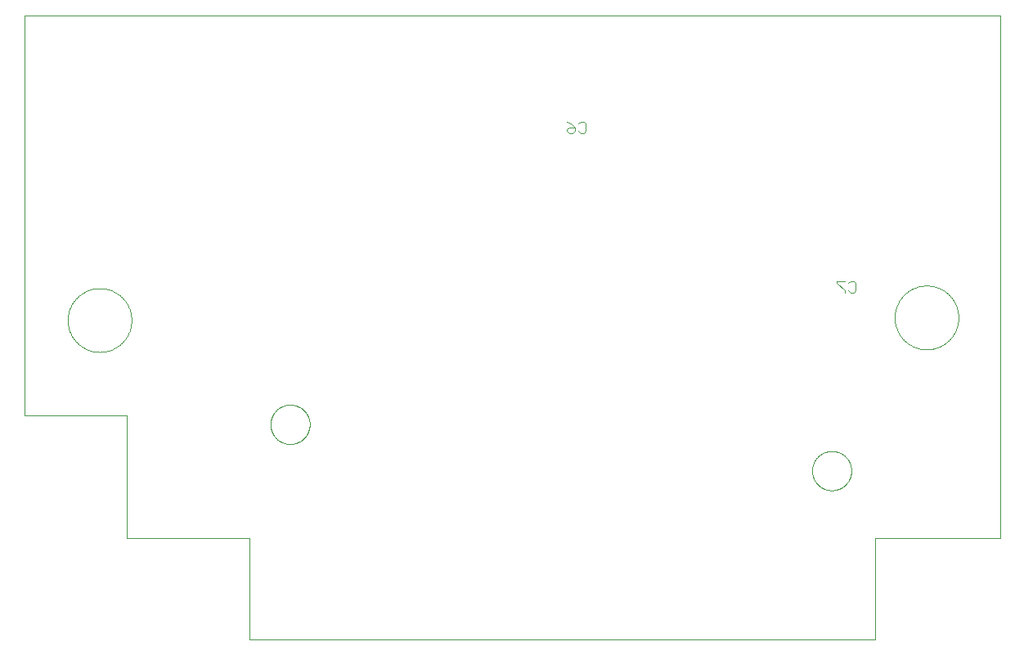
<source format=gbo>
G75*
%MOIN*%
%OFA0B0*%
%FSLAX25Y25*%
%IPPOS*%
%LPD*%
%AMOC8*
5,1,8,0,0,1.08239X$1,22.5*
%
%ADD10C,0.00400*%
%ADD11C,0.00000*%
D10*
X0223367Y0215967D02*
X0223367Y0216735D01*
X0224134Y0217502D01*
X0226436Y0217502D01*
X0226436Y0215967D01*
X0225669Y0215200D01*
X0224134Y0215200D01*
X0223367Y0215967D01*
X0226436Y0217502D02*
X0224902Y0219037D01*
X0223367Y0219804D01*
X0227971Y0219037D02*
X0228738Y0219804D01*
X0230273Y0219804D01*
X0231040Y0219037D01*
X0231040Y0215967D01*
X0230273Y0215200D01*
X0228738Y0215200D01*
X0227971Y0215967D01*
X0333367Y0154804D02*
X0333367Y0154037D01*
X0336436Y0150967D01*
X0336436Y0150200D01*
X0337971Y0150967D02*
X0338738Y0150200D01*
X0340273Y0150200D01*
X0341040Y0150967D01*
X0341040Y0154037D01*
X0340273Y0154804D01*
X0338738Y0154804D01*
X0337971Y0154037D01*
X0336436Y0154804D02*
X0333367Y0154804D01*
D11*
X0093740Y0050000D02*
X0043740Y0050000D01*
X0043740Y0100000D01*
X0002165Y0100000D01*
X0002165Y0263157D01*
X0399803Y0263157D01*
X0399803Y0050000D01*
X0348740Y0050000D01*
X0348740Y0008750D01*
X0093740Y0008750D01*
X0093740Y0050000D01*
X0102453Y0096398D02*
X0102455Y0096594D01*
X0102463Y0096791D01*
X0102475Y0096987D01*
X0102492Y0097182D01*
X0102513Y0097377D01*
X0102540Y0097572D01*
X0102571Y0097766D01*
X0102607Y0097959D01*
X0102647Y0098151D01*
X0102693Y0098342D01*
X0102743Y0098532D01*
X0102797Y0098720D01*
X0102857Y0098907D01*
X0102921Y0099093D01*
X0102989Y0099277D01*
X0103062Y0099459D01*
X0103139Y0099640D01*
X0103221Y0099818D01*
X0103307Y0099995D01*
X0103398Y0100169D01*
X0103492Y0100341D01*
X0103591Y0100511D01*
X0103694Y0100678D01*
X0103801Y0100843D01*
X0103912Y0101004D01*
X0104027Y0101164D01*
X0104146Y0101320D01*
X0104269Y0101473D01*
X0104395Y0101623D01*
X0104525Y0101770D01*
X0104659Y0101914D01*
X0104796Y0102055D01*
X0104937Y0102192D01*
X0105081Y0102326D01*
X0105228Y0102456D01*
X0105378Y0102582D01*
X0105531Y0102705D01*
X0105687Y0102824D01*
X0105847Y0102939D01*
X0106008Y0103050D01*
X0106173Y0103157D01*
X0106340Y0103260D01*
X0106510Y0103359D01*
X0106682Y0103453D01*
X0106856Y0103544D01*
X0107033Y0103630D01*
X0107211Y0103712D01*
X0107392Y0103789D01*
X0107574Y0103862D01*
X0107758Y0103930D01*
X0107944Y0103994D01*
X0108131Y0104054D01*
X0108319Y0104108D01*
X0108509Y0104158D01*
X0108700Y0104204D01*
X0108892Y0104244D01*
X0109085Y0104280D01*
X0109279Y0104311D01*
X0109474Y0104338D01*
X0109669Y0104359D01*
X0109864Y0104376D01*
X0110060Y0104388D01*
X0110257Y0104396D01*
X0110453Y0104398D01*
X0110649Y0104396D01*
X0110846Y0104388D01*
X0111042Y0104376D01*
X0111237Y0104359D01*
X0111432Y0104338D01*
X0111627Y0104311D01*
X0111821Y0104280D01*
X0112014Y0104244D01*
X0112206Y0104204D01*
X0112397Y0104158D01*
X0112587Y0104108D01*
X0112775Y0104054D01*
X0112962Y0103994D01*
X0113148Y0103930D01*
X0113332Y0103862D01*
X0113514Y0103789D01*
X0113695Y0103712D01*
X0113873Y0103630D01*
X0114050Y0103544D01*
X0114224Y0103453D01*
X0114396Y0103359D01*
X0114566Y0103260D01*
X0114733Y0103157D01*
X0114898Y0103050D01*
X0115059Y0102939D01*
X0115219Y0102824D01*
X0115375Y0102705D01*
X0115528Y0102582D01*
X0115678Y0102456D01*
X0115825Y0102326D01*
X0115969Y0102192D01*
X0116110Y0102055D01*
X0116247Y0101914D01*
X0116381Y0101770D01*
X0116511Y0101623D01*
X0116637Y0101473D01*
X0116760Y0101320D01*
X0116879Y0101164D01*
X0116994Y0101004D01*
X0117105Y0100843D01*
X0117212Y0100678D01*
X0117315Y0100511D01*
X0117414Y0100341D01*
X0117508Y0100169D01*
X0117599Y0099995D01*
X0117685Y0099818D01*
X0117767Y0099640D01*
X0117844Y0099459D01*
X0117917Y0099277D01*
X0117985Y0099093D01*
X0118049Y0098907D01*
X0118109Y0098720D01*
X0118163Y0098532D01*
X0118213Y0098342D01*
X0118259Y0098151D01*
X0118299Y0097959D01*
X0118335Y0097766D01*
X0118366Y0097572D01*
X0118393Y0097377D01*
X0118414Y0097182D01*
X0118431Y0096987D01*
X0118443Y0096791D01*
X0118451Y0096594D01*
X0118453Y0096398D01*
X0118451Y0096202D01*
X0118443Y0096005D01*
X0118431Y0095809D01*
X0118414Y0095614D01*
X0118393Y0095419D01*
X0118366Y0095224D01*
X0118335Y0095030D01*
X0118299Y0094837D01*
X0118259Y0094645D01*
X0118213Y0094454D01*
X0118163Y0094264D01*
X0118109Y0094076D01*
X0118049Y0093889D01*
X0117985Y0093703D01*
X0117917Y0093519D01*
X0117844Y0093337D01*
X0117767Y0093156D01*
X0117685Y0092978D01*
X0117599Y0092801D01*
X0117508Y0092627D01*
X0117414Y0092455D01*
X0117315Y0092285D01*
X0117212Y0092118D01*
X0117105Y0091953D01*
X0116994Y0091792D01*
X0116879Y0091632D01*
X0116760Y0091476D01*
X0116637Y0091323D01*
X0116511Y0091173D01*
X0116381Y0091026D01*
X0116247Y0090882D01*
X0116110Y0090741D01*
X0115969Y0090604D01*
X0115825Y0090470D01*
X0115678Y0090340D01*
X0115528Y0090214D01*
X0115375Y0090091D01*
X0115219Y0089972D01*
X0115059Y0089857D01*
X0114898Y0089746D01*
X0114733Y0089639D01*
X0114566Y0089536D01*
X0114396Y0089437D01*
X0114224Y0089343D01*
X0114050Y0089252D01*
X0113873Y0089166D01*
X0113695Y0089084D01*
X0113514Y0089007D01*
X0113332Y0088934D01*
X0113148Y0088866D01*
X0112962Y0088802D01*
X0112775Y0088742D01*
X0112587Y0088688D01*
X0112397Y0088638D01*
X0112206Y0088592D01*
X0112014Y0088552D01*
X0111821Y0088516D01*
X0111627Y0088485D01*
X0111432Y0088458D01*
X0111237Y0088437D01*
X0111042Y0088420D01*
X0110846Y0088408D01*
X0110649Y0088400D01*
X0110453Y0088398D01*
X0110257Y0088400D01*
X0110060Y0088408D01*
X0109864Y0088420D01*
X0109669Y0088437D01*
X0109474Y0088458D01*
X0109279Y0088485D01*
X0109085Y0088516D01*
X0108892Y0088552D01*
X0108700Y0088592D01*
X0108509Y0088638D01*
X0108319Y0088688D01*
X0108131Y0088742D01*
X0107944Y0088802D01*
X0107758Y0088866D01*
X0107574Y0088934D01*
X0107392Y0089007D01*
X0107211Y0089084D01*
X0107033Y0089166D01*
X0106856Y0089252D01*
X0106682Y0089343D01*
X0106510Y0089437D01*
X0106340Y0089536D01*
X0106173Y0089639D01*
X0106008Y0089746D01*
X0105847Y0089857D01*
X0105687Y0089972D01*
X0105531Y0090091D01*
X0105378Y0090214D01*
X0105228Y0090340D01*
X0105081Y0090470D01*
X0104937Y0090604D01*
X0104796Y0090741D01*
X0104659Y0090882D01*
X0104525Y0091026D01*
X0104395Y0091173D01*
X0104269Y0091323D01*
X0104146Y0091476D01*
X0104027Y0091632D01*
X0103912Y0091792D01*
X0103801Y0091953D01*
X0103694Y0092118D01*
X0103591Y0092285D01*
X0103492Y0092455D01*
X0103398Y0092627D01*
X0103307Y0092801D01*
X0103221Y0092978D01*
X0103139Y0093156D01*
X0103062Y0093337D01*
X0102989Y0093519D01*
X0102921Y0093703D01*
X0102857Y0093889D01*
X0102797Y0094076D01*
X0102743Y0094264D01*
X0102693Y0094454D01*
X0102647Y0094645D01*
X0102607Y0094837D01*
X0102571Y0095030D01*
X0102540Y0095224D01*
X0102513Y0095419D01*
X0102492Y0095614D01*
X0102475Y0095809D01*
X0102463Y0096005D01*
X0102455Y0096202D01*
X0102453Y0096398D01*
X0019819Y0138886D02*
X0019823Y0139205D01*
X0019835Y0139524D01*
X0019854Y0139842D01*
X0019882Y0140160D01*
X0019917Y0140477D01*
X0019960Y0140793D01*
X0020010Y0141109D01*
X0020069Y0141422D01*
X0020135Y0141734D01*
X0020209Y0142045D01*
X0020290Y0142353D01*
X0020379Y0142660D01*
X0020475Y0142964D01*
X0020579Y0143266D01*
X0020690Y0143565D01*
X0020809Y0143861D01*
X0020934Y0144154D01*
X0021067Y0144444D01*
X0021207Y0144731D01*
X0021354Y0145014D01*
X0021508Y0145294D01*
X0021669Y0145569D01*
X0021836Y0145841D01*
X0022010Y0146108D01*
X0022190Y0146372D01*
X0022377Y0146630D01*
X0022570Y0146884D01*
X0022770Y0147133D01*
X0022975Y0147377D01*
X0023187Y0147616D01*
X0023404Y0147850D01*
X0023627Y0148078D01*
X0023855Y0148301D01*
X0024089Y0148518D01*
X0024328Y0148730D01*
X0024572Y0148935D01*
X0024821Y0149135D01*
X0025075Y0149328D01*
X0025333Y0149515D01*
X0025597Y0149695D01*
X0025864Y0149869D01*
X0026136Y0150036D01*
X0026411Y0150197D01*
X0026691Y0150351D01*
X0026974Y0150498D01*
X0027261Y0150638D01*
X0027551Y0150771D01*
X0027844Y0150896D01*
X0028140Y0151015D01*
X0028439Y0151126D01*
X0028741Y0151230D01*
X0029045Y0151326D01*
X0029352Y0151415D01*
X0029660Y0151496D01*
X0029971Y0151570D01*
X0030283Y0151636D01*
X0030596Y0151695D01*
X0030912Y0151745D01*
X0031228Y0151788D01*
X0031545Y0151823D01*
X0031863Y0151851D01*
X0032181Y0151870D01*
X0032500Y0151882D01*
X0032819Y0151886D01*
X0033138Y0151882D01*
X0033457Y0151870D01*
X0033775Y0151851D01*
X0034093Y0151823D01*
X0034410Y0151788D01*
X0034726Y0151745D01*
X0035042Y0151695D01*
X0035355Y0151636D01*
X0035667Y0151570D01*
X0035978Y0151496D01*
X0036286Y0151415D01*
X0036593Y0151326D01*
X0036897Y0151230D01*
X0037199Y0151126D01*
X0037498Y0151015D01*
X0037794Y0150896D01*
X0038087Y0150771D01*
X0038377Y0150638D01*
X0038664Y0150498D01*
X0038947Y0150351D01*
X0039227Y0150197D01*
X0039502Y0150036D01*
X0039774Y0149869D01*
X0040041Y0149695D01*
X0040305Y0149515D01*
X0040563Y0149328D01*
X0040817Y0149135D01*
X0041066Y0148935D01*
X0041310Y0148730D01*
X0041549Y0148518D01*
X0041783Y0148301D01*
X0042011Y0148078D01*
X0042234Y0147850D01*
X0042451Y0147616D01*
X0042663Y0147377D01*
X0042868Y0147133D01*
X0043068Y0146884D01*
X0043261Y0146630D01*
X0043448Y0146372D01*
X0043628Y0146108D01*
X0043802Y0145841D01*
X0043969Y0145569D01*
X0044130Y0145294D01*
X0044284Y0145014D01*
X0044431Y0144731D01*
X0044571Y0144444D01*
X0044704Y0144154D01*
X0044829Y0143861D01*
X0044948Y0143565D01*
X0045059Y0143266D01*
X0045163Y0142964D01*
X0045259Y0142660D01*
X0045348Y0142353D01*
X0045429Y0142045D01*
X0045503Y0141734D01*
X0045569Y0141422D01*
X0045628Y0141109D01*
X0045678Y0140793D01*
X0045721Y0140477D01*
X0045756Y0140160D01*
X0045784Y0139842D01*
X0045803Y0139524D01*
X0045815Y0139205D01*
X0045819Y0138886D01*
X0045815Y0138567D01*
X0045803Y0138248D01*
X0045784Y0137930D01*
X0045756Y0137612D01*
X0045721Y0137295D01*
X0045678Y0136979D01*
X0045628Y0136663D01*
X0045569Y0136350D01*
X0045503Y0136038D01*
X0045429Y0135727D01*
X0045348Y0135419D01*
X0045259Y0135112D01*
X0045163Y0134808D01*
X0045059Y0134506D01*
X0044948Y0134207D01*
X0044829Y0133911D01*
X0044704Y0133618D01*
X0044571Y0133328D01*
X0044431Y0133041D01*
X0044284Y0132758D01*
X0044130Y0132478D01*
X0043969Y0132203D01*
X0043802Y0131931D01*
X0043628Y0131664D01*
X0043448Y0131400D01*
X0043261Y0131142D01*
X0043068Y0130888D01*
X0042868Y0130639D01*
X0042663Y0130395D01*
X0042451Y0130156D01*
X0042234Y0129922D01*
X0042011Y0129694D01*
X0041783Y0129471D01*
X0041549Y0129254D01*
X0041310Y0129042D01*
X0041066Y0128837D01*
X0040817Y0128637D01*
X0040563Y0128444D01*
X0040305Y0128257D01*
X0040041Y0128077D01*
X0039774Y0127903D01*
X0039502Y0127736D01*
X0039227Y0127575D01*
X0038947Y0127421D01*
X0038664Y0127274D01*
X0038377Y0127134D01*
X0038087Y0127001D01*
X0037794Y0126876D01*
X0037498Y0126757D01*
X0037199Y0126646D01*
X0036897Y0126542D01*
X0036593Y0126446D01*
X0036286Y0126357D01*
X0035978Y0126276D01*
X0035667Y0126202D01*
X0035355Y0126136D01*
X0035042Y0126077D01*
X0034726Y0126027D01*
X0034410Y0125984D01*
X0034093Y0125949D01*
X0033775Y0125921D01*
X0033457Y0125902D01*
X0033138Y0125890D01*
X0032819Y0125886D01*
X0032500Y0125890D01*
X0032181Y0125902D01*
X0031863Y0125921D01*
X0031545Y0125949D01*
X0031228Y0125984D01*
X0030912Y0126027D01*
X0030596Y0126077D01*
X0030283Y0126136D01*
X0029971Y0126202D01*
X0029660Y0126276D01*
X0029352Y0126357D01*
X0029045Y0126446D01*
X0028741Y0126542D01*
X0028439Y0126646D01*
X0028140Y0126757D01*
X0027844Y0126876D01*
X0027551Y0127001D01*
X0027261Y0127134D01*
X0026974Y0127274D01*
X0026691Y0127421D01*
X0026411Y0127575D01*
X0026136Y0127736D01*
X0025864Y0127903D01*
X0025597Y0128077D01*
X0025333Y0128257D01*
X0025075Y0128444D01*
X0024821Y0128637D01*
X0024572Y0128837D01*
X0024328Y0129042D01*
X0024089Y0129254D01*
X0023855Y0129471D01*
X0023627Y0129694D01*
X0023404Y0129922D01*
X0023187Y0130156D01*
X0022975Y0130395D01*
X0022770Y0130639D01*
X0022570Y0130888D01*
X0022377Y0131142D01*
X0022190Y0131400D01*
X0022010Y0131664D01*
X0021836Y0131931D01*
X0021669Y0132203D01*
X0021508Y0132478D01*
X0021354Y0132758D01*
X0021207Y0133041D01*
X0021067Y0133328D01*
X0020934Y0133618D01*
X0020809Y0133911D01*
X0020690Y0134207D01*
X0020579Y0134506D01*
X0020475Y0134808D01*
X0020379Y0135112D01*
X0020290Y0135419D01*
X0020209Y0135727D01*
X0020135Y0136038D01*
X0020069Y0136350D01*
X0020010Y0136663D01*
X0019960Y0136979D01*
X0019917Y0137295D01*
X0019882Y0137612D01*
X0019854Y0137930D01*
X0019835Y0138248D01*
X0019823Y0138567D01*
X0019819Y0138886D01*
X0323197Y0077500D02*
X0323199Y0077696D01*
X0323207Y0077893D01*
X0323219Y0078089D01*
X0323236Y0078284D01*
X0323257Y0078479D01*
X0323284Y0078674D01*
X0323315Y0078868D01*
X0323351Y0079061D01*
X0323391Y0079253D01*
X0323437Y0079444D01*
X0323487Y0079634D01*
X0323541Y0079822D01*
X0323601Y0080009D01*
X0323665Y0080195D01*
X0323733Y0080379D01*
X0323806Y0080561D01*
X0323883Y0080742D01*
X0323965Y0080920D01*
X0324051Y0081097D01*
X0324142Y0081271D01*
X0324236Y0081443D01*
X0324335Y0081613D01*
X0324438Y0081780D01*
X0324545Y0081945D01*
X0324656Y0082106D01*
X0324771Y0082266D01*
X0324890Y0082422D01*
X0325013Y0082575D01*
X0325139Y0082725D01*
X0325269Y0082872D01*
X0325403Y0083016D01*
X0325540Y0083157D01*
X0325681Y0083294D01*
X0325825Y0083428D01*
X0325972Y0083558D01*
X0326122Y0083684D01*
X0326275Y0083807D01*
X0326431Y0083926D01*
X0326591Y0084041D01*
X0326752Y0084152D01*
X0326917Y0084259D01*
X0327084Y0084362D01*
X0327254Y0084461D01*
X0327426Y0084555D01*
X0327600Y0084646D01*
X0327777Y0084732D01*
X0327955Y0084814D01*
X0328136Y0084891D01*
X0328318Y0084964D01*
X0328502Y0085032D01*
X0328688Y0085096D01*
X0328875Y0085156D01*
X0329063Y0085210D01*
X0329253Y0085260D01*
X0329444Y0085306D01*
X0329636Y0085346D01*
X0329829Y0085382D01*
X0330023Y0085413D01*
X0330218Y0085440D01*
X0330413Y0085461D01*
X0330608Y0085478D01*
X0330804Y0085490D01*
X0331001Y0085498D01*
X0331197Y0085500D01*
X0331393Y0085498D01*
X0331590Y0085490D01*
X0331786Y0085478D01*
X0331981Y0085461D01*
X0332176Y0085440D01*
X0332371Y0085413D01*
X0332565Y0085382D01*
X0332758Y0085346D01*
X0332950Y0085306D01*
X0333141Y0085260D01*
X0333331Y0085210D01*
X0333519Y0085156D01*
X0333706Y0085096D01*
X0333892Y0085032D01*
X0334076Y0084964D01*
X0334258Y0084891D01*
X0334439Y0084814D01*
X0334617Y0084732D01*
X0334794Y0084646D01*
X0334968Y0084555D01*
X0335140Y0084461D01*
X0335310Y0084362D01*
X0335477Y0084259D01*
X0335642Y0084152D01*
X0335803Y0084041D01*
X0335963Y0083926D01*
X0336119Y0083807D01*
X0336272Y0083684D01*
X0336422Y0083558D01*
X0336569Y0083428D01*
X0336713Y0083294D01*
X0336854Y0083157D01*
X0336991Y0083016D01*
X0337125Y0082872D01*
X0337255Y0082725D01*
X0337381Y0082575D01*
X0337504Y0082422D01*
X0337623Y0082266D01*
X0337738Y0082106D01*
X0337849Y0081945D01*
X0337956Y0081780D01*
X0338059Y0081613D01*
X0338158Y0081443D01*
X0338252Y0081271D01*
X0338343Y0081097D01*
X0338429Y0080920D01*
X0338511Y0080742D01*
X0338588Y0080561D01*
X0338661Y0080379D01*
X0338729Y0080195D01*
X0338793Y0080009D01*
X0338853Y0079822D01*
X0338907Y0079634D01*
X0338957Y0079444D01*
X0339003Y0079253D01*
X0339043Y0079061D01*
X0339079Y0078868D01*
X0339110Y0078674D01*
X0339137Y0078479D01*
X0339158Y0078284D01*
X0339175Y0078089D01*
X0339187Y0077893D01*
X0339195Y0077696D01*
X0339197Y0077500D01*
X0339195Y0077304D01*
X0339187Y0077107D01*
X0339175Y0076911D01*
X0339158Y0076716D01*
X0339137Y0076521D01*
X0339110Y0076326D01*
X0339079Y0076132D01*
X0339043Y0075939D01*
X0339003Y0075747D01*
X0338957Y0075556D01*
X0338907Y0075366D01*
X0338853Y0075178D01*
X0338793Y0074991D01*
X0338729Y0074805D01*
X0338661Y0074621D01*
X0338588Y0074439D01*
X0338511Y0074258D01*
X0338429Y0074080D01*
X0338343Y0073903D01*
X0338252Y0073729D01*
X0338158Y0073557D01*
X0338059Y0073387D01*
X0337956Y0073220D01*
X0337849Y0073055D01*
X0337738Y0072894D01*
X0337623Y0072734D01*
X0337504Y0072578D01*
X0337381Y0072425D01*
X0337255Y0072275D01*
X0337125Y0072128D01*
X0336991Y0071984D01*
X0336854Y0071843D01*
X0336713Y0071706D01*
X0336569Y0071572D01*
X0336422Y0071442D01*
X0336272Y0071316D01*
X0336119Y0071193D01*
X0335963Y0071074D01*
X0335803Y0070959D01*
X0335642Y0070848D01*
X0335477Y0070741D01*
X0335310Y0070638D01*
X0335140Y0070539D01*
X0334968Y0070445D01*
X0334794Y0070354D01*
X0334617Y0070268D01*
X0334439Y0070186D01*
X0334258Y0070109D01*
X0334076Y0070036D01*
X0333892Y0069968D01*
X0333706Y0069904D01*
X0333519Y0069844D01*
X0333331Y0069790D01*
X0333141Y0069740D01*
X0332950Y0069694D01*
X0332758Y0069654D01*
X0332565Y0069618D01*
X0332371Y0069587D01*
X0332176Y0069560D01*
X0331981Y0069539D01*
X0331786Y0069522D01*
X0331590Y0069510D01*
X0331393Y0069502D01*
X0331197Y0069500D01*
X0331001Y0069502D01*
X0330804Y0069510D01*
X0330608Y0069522D01*
X0330413Y0069539D01*
X0330218Y0069560D01*
X0330023Y0069587D01*
X0329829Y0069618D01*
X0329636Y0069654D01*
X0329444Y0069694D01*
X0329253Y0069740D01*
X0329063Y0069790D01*
X0328875Y0069844D01*
X0328688Y0069904D01*
X0328502Y0069968D01*
X0328318Y0070036D01*
X0328136Y0070109D01*
X0327955Y0070186D01*
X0327777Y0070268D01*
X0327600Y0070354D01*
X0327426Y0070445D01*
X0327254Y0070539D01*
X0327084Y0070638D01*
X0326917Y0070741D01*
X0326752Y0070848D01*
X0326591Y0070959D01*
X0326431Y0071074D01*
X0326275Y0071193D01*
X0326122Y0071316D01*
X0325972Y0071442D01*
X0325825Y0071572D01*
X0325681Y0071706D01*
X0325540Y0071843D01*
X0325403Y0071984D01*
X0325269Y0072128D01*
X0325139Y0072275D01*
X0325013Y0072425D01*
X0324890Y0072578D01*
X0324771Y0072734D01*
X0324656Y0072894D01*
X0324545Y0073055D01*
X0324438Y0073220D01*
X0324335Y0073387D01*
X0324236Y0073557D01*
X0324142Y0073729D01*
X0324051Y0073903D01*
X0323965Y0074080D01*
X0323883Y0074258D01*
X0323806Y0074439D01*
X0323733Y0074621D01*
X0323665Y0074805D01*
X0323601Y0074991D01*
X0323541Y0075178D01*
X0323487Y0075366D01*
X0323437Y0075556D01*
X0323391Y0075747D01*
X0323351Y0075939D01*
X0323315Y0076132D01*
X0323284Y0076326D01*
X0323257Y0076521D01*
X0323236Y0076716D01*
X0323219Y0076911D01*
X0323207Y0077107D01*
X0323199Y0077304D01*
X0323197Y0077500D01*
X0356854Y0139949D02*
X0356858Y0140268D01*
X0356870Y0140587D01*
X0356889Y0140905D01*
X0356917Y0141223D01*
X0356952Y0141540D01*
X0356995Y0141856D01*
X0357045Y0142172D01*
X0357104Y0142485D01*
X0357170Y0142797D01*
X0357244Y0143108D01*
X0357325Y0143416D01*
X0357414Y0143723D01*
X0357510Y0144027D01*
X0357614Y0144329D01*
X0357725Y0144628D01*
X0357844Y0144924D01*
X0357969Y0145217D01*
X0358102Y0145507D01*
X0358242Y0145794D01*
X0358389Y0146077D01*
X0358543Y0146357D01*
X0358704Y0146632D01*
X0358871Y0146904D01*
X0359045Y0147171D01*
X0359225Y0147435D01*
X0359412Y0147693D01*
X0359605Y0147947D01*
X0359805Y0148196D01*
X0360010Y0148440D01*
X0360222Y0148679D01*
X0360439Y0148913D01*
X0360662Y0149141D01*
X0360890Y0149364D01*
X0361124Y0149581D01*
X0361363Y0149793D01*
X0361607Y0149998D01*
X0361856Y0150198D01*
X0362110Y0150391D01*
X0362368Y0150578D01*
X0362632Y0150758D01*
X0362899Y0150932D01*
X0363171Y0151099D01*
X0363446Y0151260D01*
X0363726Y0151414D01*
X0364009Y0151561D01*
X0364296Y0151701D01*
X0364586Y0151834D01*
X0364879Y0151959D01*
X0365175Y0152078D01*
X0365474Y0152189D01*
X0365776Y0152293D01*
X0366080Y0152389D01*
X0366387Y0152478D01*
X0366695Y0152559D01*
X0367006Y0152633D01*
X0367318Y0152699D01*
X0367631Y0152758D01*
X0367947Y0152808D01*
X0368263Y0152851D01*
X0368580Y0152886D01*
X0368898Y0152914D01*
X0369216Y0152933D01*
X0369535Y0152945D01*
X0369854Y0152949D01*
X0370173Y0152945D01*
X0370492Y0152933D01*
X0370810Y0152914D01*
X0371128Y0152886D01*
X0371445Y0152851D01*
X0371761Y0152808D01*
X0372077Y0152758D01*
X0372390Y0152699D01*
X0372702Y0152633D01*
X0373013Y0152559D01*
X0373321Y0152478D01*
X0373628Y0152389D01*
X0373932Y0152293D01*
X0374234Y0152189D01*
X0374533Y0152078D01*
X0374829Y0151959D01*
X0375122Y0151834D01*
X0375412Y0151701D01*
X0375699Y0151561D01*
X0375982Y0151414D01*
X0376262Y0151260D01*
X0376537Y0151099D01*
X0376809Y0150932D01*
X0377076Y0150758D01*
X0377340Y0150578D01*
X0377598Y0150391D01*
X0377852Y0150198D01*
X0378101Y0149998D01*
X0378345Y0149793D01*
X0378584Y0149581D01*
X0378818Y0149364D01*
X0379046Y0149141D01*
X0379269Y0148913D01*
X0379486Y0148679D01*
X0379698Y0148440D01*
X0379903Y0148196D01*
X0380103Y0147947D01*
X0380296Y0147693D01*
X0380483Y0147435D01*
X0380663Y0147171D01*
X0380837Y0146904D01*
X0381004Y0146632D01*
X0381165Y0146357D01*
X0381319Y0146077D01*
X0381466Y0145794D01*
X0381606Y0145507D01*
X0381739Y0145217D01*
X0381864Y0144924D01*
X0381983Y0144628D01*
X0382094Y0144329D01*
X0382198Y0144027D01*
X0382294Y0143723D01*
X0382383Y0143416D01*
X0382464Y0143108D01*
X0382538Y0142797D01*
X0382604Y0142485D01*
X0382663Y0142172D01*
X0382713Y0141856D01*
X0382756Y0141540D01*
X0382791Y0141223D01*
X0382819Y0140905D01*
X0382838Y0140587D01*
X0382850Y0140268D01*
X0382854Y0139949D01*
X0382850Y0139630D01*
X0382838Y0139311D01*
X0382819Y0138993D01*
X0382791Y0138675D01*
X0382756Y0138358D01*
X0382713Y0138042D01*
X0382663Y0137726D01*
X0382604Y0137413D01*
X0382538Y0137101D01*
X0382464Y0136790D01*
X0382383Y0136482D01*
X0382294Y0136175D01*
X0382198Y0135871D01*
X0382094Y0135569D01*
X0381983Y0135270D01*
X0381864Y0134974D01*
X0381739Y0134681D01*
X0381606Y0134391D01*
X0381466Y0134104D01*
X0381319Y0133821D01*
X0381165Y0133541D01*
X0381004Y0133266D01*
X0380837Y0132994D01*
X0380663Y0132727D01*
X0380483Y0132463D01*
X0380296Y0132205D01*
X0380103Y0131951D01*
X0379903Y0131702D01*
X0379698Y0131458D01*
X0379486Y0131219D01*
X0379269Y0130985D01*
X0379046Y0130757D01*
X0378818Y0130534D01*
X0378584Y0130317D01*
X0378345Y0130105D01*
X0378101Y0129900D01*
X0377852Y0129700D01*
X0377598Y0129507D01*
X0377340Y0129320D01*
X0377076Y0129140D01*
X0376809Y0128966D01*
X0376537Y0128799D01*
X0376262Y0128638D01*
X0375982Y0128484D01*
X0375699Y0128337D01*
X0375412Y0128197D01*
X0375122Y0128064D01*
X0374829Y0127939D01*
X0374533Y0127820D01*
X0374234Y0127709D01*
X0373932Y0127605D01*
X0373628Y0127509D01*
X0373321Y0127420D01*
X0373013Y0127339D01*
X0372702Y0127265D01*
X0372390Y0127199D01*
X0372077Y0127140D01*
X0371761Y0127090D01*
X0371445Y0127047D01*
X0371128Y0127012D01*
X0370810Y0126984D01*
X0370492Y0126965D01*
X0370173Y0126953D01*
X0369854Y0126949D01*
X0369535Y0126953D01*
X0369216Y0126965D01*
X0368898Y0126984D01*
X0368580Y0127012D01*
X0368263Y0127047D01*
X0367947Y0127090D01*
X0367631Y0127140D01*
X0367318Y0127199D01*
X0367006Y0127265D01*
X0366695Y0127339D01*
X0366387Y0127420D01*
X0366080Y0127509D01*
X0365776Y0127605D01*
X0365474Y0127709D01*
X0365175Y0127820D01*
X0364879Y0127939D01*
X0364586Y0128064D01*
X0364296Y0128197D01*
X0364009Y0128337D01*
X0363726Y0128484D01*
X0363446Y0128638D01*
X0363171Y0128799D01*
X0362899Y0128966D01*
X0362632Y0129140D01*
X0362368Y0129320D01*
X0362110Y0129507D01*
X0361856Y0129700D01*
X0361607Y0129900D01*
X0361363Y0130105D01*
X0361124Y0130317D01*
X0360890Y0130534D01*
X0360662Y0130757D01*
X0360439Y0130985D01*
X0360222Y0131219D01*
X0360010Y0131458D01*
X0359805Y0131702D01*
X0359605Y0131951D01*
X0359412Y0132205D01*
X0359225Y0132463D01*
X0359045Y0132727D01*
X0358871Y0132994D01*
X0358704Y0133266D01*
X0358543Y0133541D01*
X0358389Y0133821D01*
X0358242Y0134104D01*
X0358102Y0134391D01*
X0357969Y0134681D01*
X0357844Y0134974D01*
X0357725Y0135270D01*
X0357614Y0135569D01*
X0357510Y0135871D01*
X0357414Y0136175D01*
X0357325Y0136482D01*
X0357244Y0136790D01*
X0357170Y0137101D01*
X0357104Y0137413D01*
X0357045Y0137726D01*
X0356995Y0138042D01*
X0356952Y0138358D01*
X0356917Y0138675D01*
X0356889Y0138993D01*
X0356870Y0139311D01*
X0356858Y0139630D01*
X0356854Y0139949D01*
M02*

</source>
